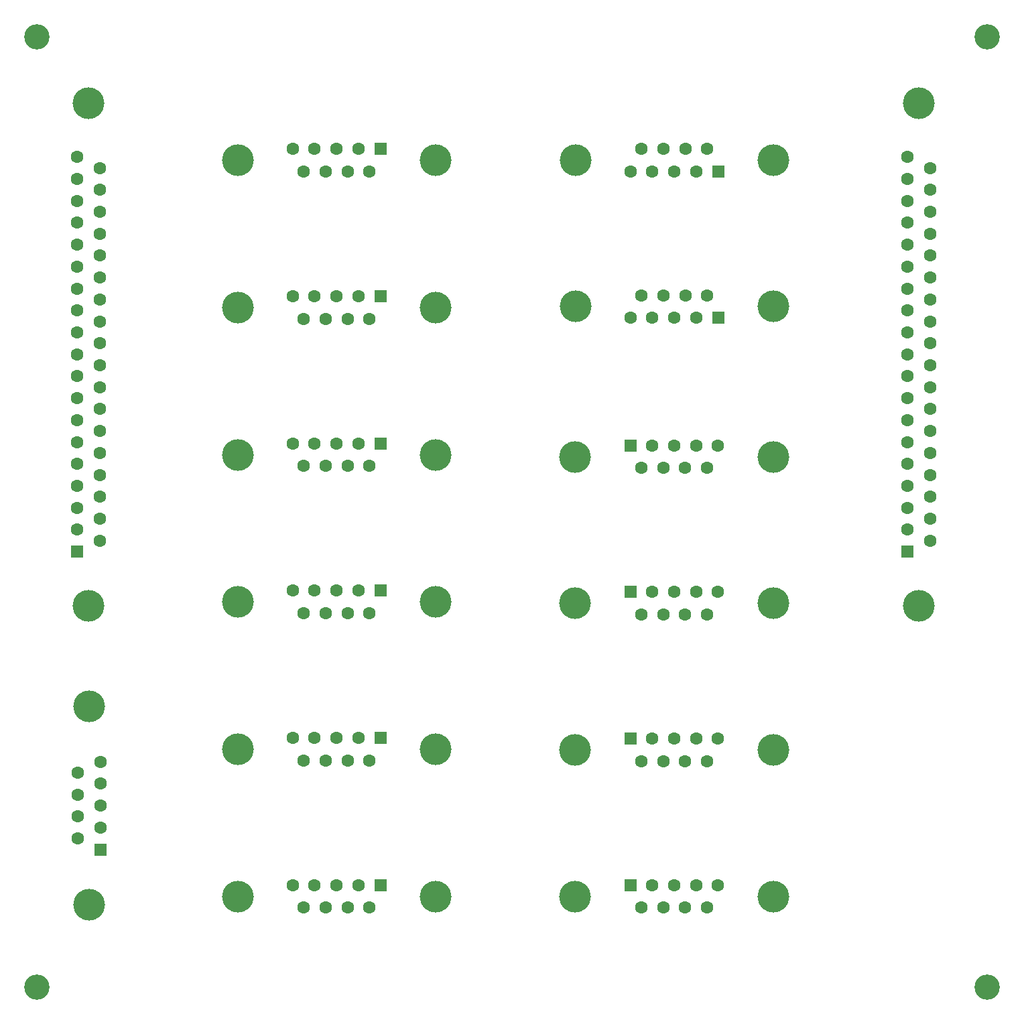
<source format=gbr>
%TF.GenerationSoftware,KiCad,Pcbnew,7.0.9*%
%TF.CreationDate,2023-12-27T22:33:40-08:00*%
%TF.ProjectId,Interconnect Board,496e7465-7263-46f6-9e6e-65637420426f,v1.1*%
%TF.SameCoordinates,Original*%
%TF.FileFunction,Soldermask,Bot*%
%TF.FilePolarity,Negative*%
%FSLAX46Y46*%
G04 Gerber Fmt 4.6, Leading zero omitted, Abs format (unit mm)*
G04 Created by KiCad (PCBNEW 7.0.9) date 2023-12-27 22:33:40*
%MOMM*%
%LPD*%
G01*
G04 APERTURE LIST*
%ADD10C,3.200000*%
%ADD11C,4.000000*%
%ADD12R,1.600000X1.600000*%
%ADD13C,1.600000*%
G04 APERTURE END LIST*
D10*
%TO.C,MountingHole_4*%
X226582000Y-16649100D03*
%TD*%
D11*
%TO.C,SkyView_1*%
X174574100Y-69664800D03*
X199574100Y-69664800D03*
D12*
X181534100Y-68244800D03*
D13*
X184304100Y-68244800D03*
X187074100Y-68244800D03*
X189844100Y-68244800D03*
X192614100Y-68244800D03*
X182919100Y-71084800D03*
X185689100Y-71084800D03*
X188459100Y-71084800D03*
X191229100Y-71084800D03*
%TD*%
D11*
%TO.C,Ident_&_Dimmer_Input_1*%
X113170100Y-101237100D03*
X113170100Y-126237100D03*
D12*
X114590100Y-119277100D03*
D13*
X114590100Y-116507100D03*
X114590100Y-113737100D03*
X114590100Y-110967100D03*
X114590100Y-108197100D03*
X111750100Y-117892100D03*
X111750100Y-115122100D03*
X111750100Y-112352100D03*
X111750100Y-109582100D03*
%TD*%
D10*
%TO.C,MountingHole_3*%
X226582000Y-136649100D03*
%TD*%
D11*
%TO.C,GPS_Serial_5*%
X131922100Y-32212700D03*
X156922100Y-32212700D03*
D12*
X149962100Y-30792700D03*
D13*
X147192100Y-30792700D03*
X144422100Y-30792700D03*
X141652100Y-30792700D03*
X138882100Y-30792700D03*
X148577100Y-33632700D03*
X145807100Y-33632700D03*
X143037100Y-33632700D03*
X140267100Y-33632700D03*
%TD*%
D10*
%TO.C,MountingHole_1*%
X106582000Y-16649100D03*
%TD*%
D11*
%TO.C,XPNDR_Serial_2*%
X131922100Y-88012700D03*
X156922100Y-88012700D03*
D12*
X149962100Y-86592700D03*
D13*
X147192100Y-86592700D03*
X144422100Y-86592700D03*
X141652100Y-86592700D03*
X138882100Y-86592700D03*
X148577100Y-89432700D03*
X145807100Y-89432700D03*
X143037100Y-89432700D03*
X140267100Y-89432700D03*
%TD*%
D11*
%TO.C,VPX_Serial_3*%
X131922100Y-69412700D03*
X156922100Y-69412700D03*
D12*
X149962100Y-67992700D03*
D13*
X147192100Y-67992700D03*
X144422100Y-67992700D03*
X141652100Y-67992700D03*
X138882100Y-67992700D03*
X148577100Y-70832700D03*
X145807100Y-70832700D03*
X143037100Y-70832700D03*
X140267100Y-70832700D03*
%TD*%
D11*
%TO.C,AP_Roll_SV_Net_2*%
X199594100Y-50689500D03*
X174594100Y-50689500D03*
D12*
X192634100Y-52109500D03*
D13*
X189864100Y-52109500D03*
X187094100Y-52109500D03*
X184324100Y-52109500D03*
X181554100Y-52109500D03*
X191249100Y-49269500D03*
X188479100Y-49269500D03*
X185709100Y-49269500D03*
X182939100Y-49269500D03*
%TD*%
D11*
%TO.C,Dimmer_&_Audio_Output_1*%
X131922100Y-125212800D03*
X156922100Y-125212800D03*
D12*
X149962100Y-123792800D03*
D13*
X147192100Y-123792800D03*
X144422100Y-123792800D03*
X141652100Y-123792800D03*
X138882100Y-123792800D03*
X148577100Y-126632800D03*
X145807100Y-126632800D03*
X143037100Y-126632800D03*
X140267100Y-126632800D03*
%TD*%
D11*
%TO.C,ELT_Serial_4*%
X131922100Y-50812700D03*
X156922100Y-50812700D03*
D12*
X149962100Y-49392700D03*
D13*
X147192100Y-49392700D03*
X144422100Y-49392700D03*
X141652100Y-49392700D03*
X138882100Y-49392700D03*
X148577100Y-52232700D03*
X145807100Y-52232700D03*
X143037100Y-52232700D03*
X140267100Y-52232700D03*
%TD*%
D11*
%TO.C,MFD_Main_2*%
X218002000Y-88469100D03*
X218002000Y-24969100D03*
D12*
X216582000Y-81649100D03*
D13*
X216582000Y-78879100D03*
X216582000Y-76109100D03*
X216582000Y-73339100D03*
X216582000Y-70569100D03*
X216582000Y-67799100D03*
X216582000Y-65029100D03*
X216582000Y-62259100D03*
X216582000Y-59489100D03*
X216582000Y-56719100D03*
X216582000Y-53949100D03*
X216582000Y-51179100D03*
X216582000Y-48409100D03*
X216582000Y-45639100D03*
X216582000Y-42869100D03*
X216582000Y-40099100D03*
X216582000Y-37329100D03*
X216582000Y-34559100D03*
X216582000Y-31789100D03*
X219422000Y-80264100D03*
X219422000Y-77494100D03*
X219422000Y-74724100D03*
X219422000Y-71954100D03*
X219422000Y-69184100D03*
X219422000Y-66414100D03*
X219422000Y-63644100D03*
X219422000Y-60874100D03*
X219422000Y-58104100D03*
X219422000Y-55334100D03*
X219422000Y-52564100D03*
X219422000Y-49794100D03*
X219422000Y-47024100D03*
X219422000Y-44254100D03*
X219422000Y-41484100D03*
X219422000Y-38714100D03*
X219422000Y-35944100D03*
X219422000Y-33174100D03*
%TD*%
D11*
%TO.C,SkyView_2*%
X174574100Y-88180800D03*
X199574100Y-88180800D03*
D12*
X181534100Y-86760800D03*
D13*
X184304100Y-86760800D03*
X187074100Y-86760800D03*
X189844100Y-86760800D03*
X192614100Y-86760800D03*
X182919100Y-89600800D03*
X185689100Y-89600800D03*
X188459100Y-89600800D03*
X191229100Y-89600800D03*
%TD*%
D11*
%TO.C,PFD_Main_1*%
X113082100Y-88469100D03*
X113082100Y-24969100D03*
D12*
X111662100Y-81649100D03*
D13*
X111662100Y-78879100D03*
X111662100Y-76109100D03*
X111662100Y-73339100D03*
X111662100Y-70569100D03*
X111662100Y-67799100D03*
X111662100Y-65029100D03*
X111662100Y-62259100D03*
X111662100Y-59489100D03*
X111662100Y-56719100D03*
X111662100Y-53949100D03*
X111662100Y-51179100D03*
X111662100Y-48409100D03*
X111662100Y-45639100D03*
X111662100Y-42869100D03*
X111662100Y-40099100D03*
X111662100Y-37329100D03*
X111662100Y-34559100D03*
X111662100Y-31789100D03*
X114502100Y-80264100D03*
X114502100Y-77494100D03*
X114502100Y-74724100D03*
X114502100Y-71954100D03*
X114502100Y-69184100D03*
X114502100Y-66414100D03*
X114502100Y-63644100D03*
X114502100Y-60874100D03*
X114502100Y-58104100D03*
X114502100Y-55334100D03*
X114502100Y-52564100D03*
X114502100Y-49794100D03*
X114502100Y-47024100D03*
X114502100Y-44254100D03*
X114502100Y-41484100D03*
X114502100Y-38714100D03*
X114502100Y-35944100D03*
X114502100Y-33174100D03*
%TD*%
D11*
%TO.C,ADSB_Serial_1*%
X131922100Y-106612800D03*
X156922100Y-106612800D03*
D12*
X149962100Y-105192800D03*
D13*
X147192100Y-105192800D03*
X144422100Y-105192800D03*
X141652100Y-105192800D03*
X138882100Y-105192800D03*
X148577100Y-108032800D03*
X145807100Y-108032800D03*
X143037100Y-108032800D03*
X140267100Y-108032800D03*
%TD*%
D10*
%TO.C,MountingHole_2*%
X106581986Y-136649143D03*
%TD*%
D11*
%TO.C,SkyView_3*%
X174574100Y-106696800D03*
X199574100Y-106696800D03*
D12*
X181534100Y-105276800D03*
D13*
X184304100Y-105276800D03*
X187074100Y-105276800D03*
X189844100Y-105276800D03*
X192614100Y-105276800D03*
X182919100Y-108116800D03*
X185689100Y-108116800D03*
X188459100Y-108116800D03*
X191229100Y-108116800D03*
%TD*%
D11*
%TO.C,AP_Pitch_SV_Net_1*%
X199594100Y-32173500D03*
X174594100Y-32173500D03*
D12*
X192634100Y-33593500D03*
D13*
X189864100Y-33593500D03*
X187094100Y-33593500D03*
X184324100Y-33593500D03*
X181554100Y-33593500D03*
X191249100Y-30753500D03*
X188479100Y-30753500D03*
X185709100Y-30753500D03*
X182939100Y-30753500D03*
%TD*%
%TO.C,Power_Input_1*%
X191229100Y-126632800D03*
X188459100Y-126632800D03*
X185689100Y-126632800D03*
X182919100Y-126632800D03*
X192614100Y-123792800D03*
X189844100Y-123792800D03*
X187074100Y-123792800D03*
X184304100Y-123792800D03*
D12*
X181534100Y-123792800D03*
D11*
X199574100Y-125212800D03*
X174574100Y-125212800D03*
%TD*%
M02*

</source>
